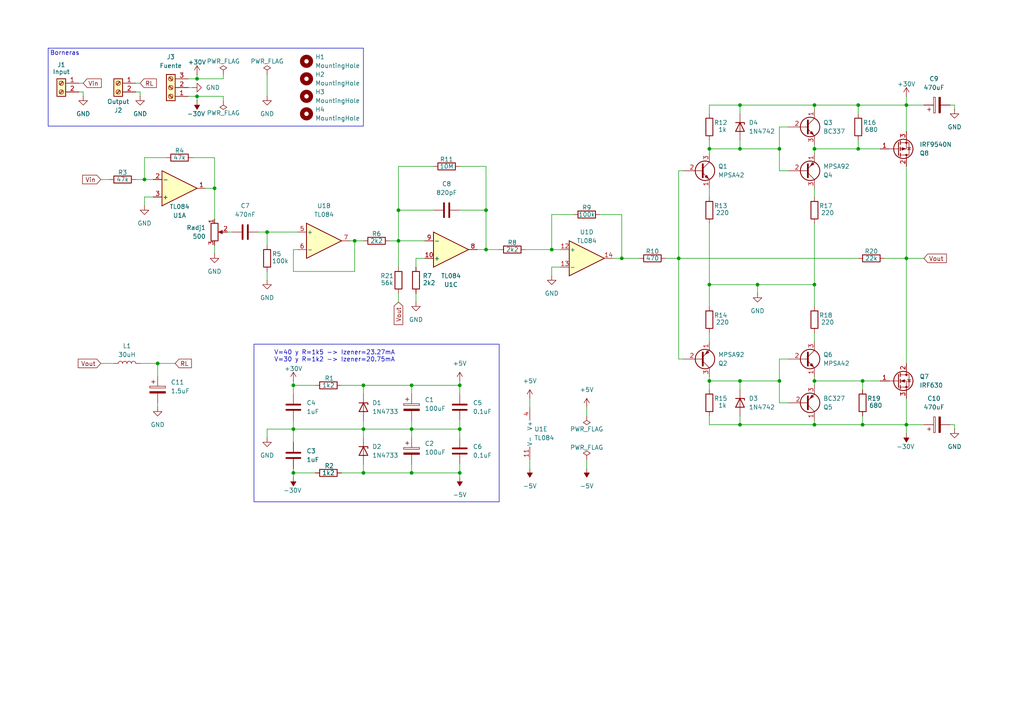
<source format=kicad_sch>
(kicad_sch (version 20231120) (generator "eeschema") (generator_version "8.0")
  (paper "A4")
  (lib_symbols
    (symbol "Amplifier_Operational:TL084" (pin_names (offset 0.127))
      (property "Reference" "U" (at 0 5.08 0))
      (property "Value" "TL084" (at 0 -5.08 0))
      (symbol "TL084_1_1"
        (pin output line (at 7.62 0 180) (length 2.54) (name "~") (number "1"))
        (pin input line (at -7.62 -2.54 0) (length 2.54) (name "-") (number "2"))
        (pin input line (at -7.62 2.54 0) (length 2.54) (name "+") (number "3"))
      )
      (symbol "TL084_2_1"
        (pin input line (at -7.62 2.54 0) (length 2.54) (name "+") (number "5"))
        (pin input line (at -7.62 -2.54 0) (length 2.54) (name "-") (number "6"))
        (pin output line (at 7.62 0 180) (length 2.54) (name "~") (number "7"))
      )
      (symbol "TL084_3_1"
        (pin input line (at -7.62 2.54 0) (length 2.54) (name "+") (number "10"))
        (pin output line (at 7.62 0 180) (length 2.54) (name "~") (number "8"))
        (pin input line (at -7.62 -2.54 0) (length 2.54) (name "-") (number "9"))
      )
      (symbol "TL084_4_1"
        (pin input line (at -7.62 2.54 0) (length 2.54) (name "+") (number "12"))
        (pin input line (at -7.62 -2.54 0) (length 2.54) (name "-") (number "13"))
        (pin output line (at 7.62 0 180) (length 2.54) (name "~") (number "14"))
      )
      (symbol "TL084_5_1"
        (pin power_in line (at -2.54 -7.62 90) (length 3.81) (name "V-") (number "11"))
        (pin power_in line (at -2.54 7.62 270) (length 3.81) (name "V+") (number "4"))
      )
    )
    (symbol "Connector:Screw_Terminal_01x02" (pin_names (offset 1.016) hide)
      (property "Reference" "J" (at 0 2.54 0))
      (property "Value" "Screw_Terminal_01x02" (at 0 -5.08 0))
      (symbol "Screw_Terminal_01x02_1_1"
        (pin passive line (at -5.08 0 0) (length 3.81) (name "Pin_1") (number "1"))
        (pin passive line (at -5.08 -2.54 0) (length 3.81) (name "Pin_2") (number "2"))
      )
    )
    (symbol "Connector:Screw_Terminal_01x03" (pin_names (offset 1.016) hide)
      (property "Reference" "J" (at 0 5.08 0))
      (property "Value" "Screw_Terminal_01x03" (at 0 -5.08 0))
      (symbol "Screw_Terminal_01x03_1_1"
        (pin passive line (at -5.08 2.54 0) (length 3.81) (name "Pin_1") (number "1"))
        (pin passive line (at -5.08 0 0) (length 3.81) (name "Pin_2") (number "2"))
        (pin passive line (at -5.08 -2.54 0) (length 3.81) (name "Pin_3") (number "3"))
      )
    )
    (symbol "Device:C" (pin_numbers hide) (pin_names (offset 0.254))
      (property "Reference" "C" (at 0.635 2.54 0))
      (property "Value" "C" (at 0.635 -2.54 0))
      (symbol "C_1_1"
        (pin passive line (at 0 3.81 270) (length 2.794) (name "~") (number "1"))
        (pin passive line (at 0 -3.81 90) (length 2.794) (name "~") (number "2"))
      )
    )
    (symbol "Device:C_Polarized" (pin_numbers hide) (pin_names (offset 0.254))
      (property "Reference" "C" (at 0.635 2.54 0))
      (property "Value" "C_Polarized" (at 0.635 -2.54 0))
      (symbol "C_Polarized_1_1"
        (pin passive line (at 0 3.81 270) (length 2.794) (name "~") (number "1"))
        (pin passive line (at 0 -3.81 90) (length 2.794) (name "~") (number "2"))
      )
    )
    (symbol "Device:D_Zener" (pin_numbers hide) (pin_names (offset 1.016) hide)
      (property "Reference" "D" (at 0 2.54 0))
      (property "Value" "D_Zener" (at 0 -2.54 0))
      (symbol "D_Zener_1_1"
        (pin passive line (at -3.81 0 0) (length 2.54) (name "K") (number "1"))
        (pin passive line (at 3.81 0 180) (length 2.54) (name "A") (number "2"))
      )
    )
    (symbol "Device:L" (pin_numbers hide) (pin_names (offset 1.016) hide)
      (property "Reference" "L" (at -1.27 0 90))
      (property "Value" "L" (at 1.905 0 90))
      (symbol "L_1_1"
        (pin passive line (at 0 3.81 270) (length 1.27) (name "1") (number "1"))
        (pin passive line (at 0 -3.81 90) (length 1.27) (name "2") (number "2"))
      )
    )
    (symbol "Device:R" (pin_numbers hide) (pin_names (offset 0))
      (property "Reference" "R" (at 2.032 0 90))
      (property "Value" "R" (at 0 0 90))
      (symbol "R_1_1"
        (pin passive line (at 0 3.81 270) (length 1.27) (name "~") (number "1"))
        (pin passive line (at 0 -3.81 90) (length 1.27) (name "~") (number "2"))
      )
    )
    (symbol "Device:R_Potentiometer" (pin_names (offset 1.016) hide)
      (property "Reference" "RV" (at -4.445 0 90))
      (property "Value" "R_Potentiometer" (at -2.54 0 90))
      (symbol "R_Potentiometer_1_1"
        (pin passive line (at 0 3.81 270) (length 1.27) (name "1") (number "1"))
        (pin passive line (at 3.81 0 180) (length 1.27) (name "2") (number "2"))
        (pin passive line (at 0 -3.81 90) (length 1.27) (name "3") (number "3"))
      )
    )
    (symbol "Mechanical:MountingHole" (pin_names (offset 1.016)) (exclude_from_sim yes) (in_bom no)
      (property "Reference" "H" (at 0 5.08 0))
      (property "Value" "MountingHole" (at 0 3.175 0))
    )
    (symbol "Transistor_BJT:BC327" (pin_names (offset 0) hide)
      (property "Reference" "Q" (at 5.08 1.905 0))
      (property "Value" "BC327" (at 5.08 0 0))
      (symbol "BC327_1_1"
        (pin passive line (at 2.54 5.08 270) (length 2.54) (name "C") (number "1"))
        (pin input line (at -5.08 0 0) (length 5.715) (name "B") (number "2"))
        (pin passive line (at 2.54 -5.08 90) (length 2.54) (name "E") (number "3"))
      )
    )
    (symbol "Transistor_BJT:BC337" (pin_names (offset 0) hide)
      (property "Reference" "Q" (at 5.08 1.905 0))
      (property "Value" "BC337" (at 5.08 0 0))
      (symbol "BC337_1_1"
        (pin passive line (at 2.54 5.08 270) (length 2.54) (name "C") (number "1"))
        (pin input line (at -5.08 0 0) (length 5.08) (name "B") (number "2"))
        (pin passive line (at 2.54 -5.08 90) (length 2.54) (name "E") (number "3"))
      )
    )
    (symbol "Transistor_BJT:MPSA42" (pin_names (offset 1.016) hide)
      (property "Reference" "Q" (at 5.08 1.905 0))
      (property "Value" "MPSA42" (at 5.08 0 0))
      (symbol "MPSA42_1_1"
        (pin passive line (at 2.54 -5.08 90) (length 2.54) (name "E") (number "1"))
        (pin input line (at -5.08 0 0) (length 5.08) (name "B") (number "2"))
        (pin passive line (at 2.54 5.08 270) (length 2.54) (name "C") (number "3"))
      )
    )
    (symbol "Transistor_BJT:MPSA92" (pin_names (offset 1.016) hide)
      (property "Reference" "Q" (at 5.08 1.905 0))
      (property "Value" "MPSA92" (at 5.08 0 0))
      (symbol "MPSA92_1_1"
        (pin passive line (at 2.54 -5.08 90) (length 2.54) (name "E") (number "1"))
        (pin input line (at -5.08 0 0) (length 5.08) (name "B") (number "2"))
        (pin passive line (at 2.54 5.08 270) (length 2.54) (name "C") (number "3"))
      )
    )
    (symbol "Transistor_FET:IRF540N" (pin_names hide)
      (property "Reference" "Q" (at 5.08 1.905 0))
      (property "Value" "IRF540N" (at 5.08 0 0))
      (symbol "IRF540N_1_1"
        (pin input line (at -5.08 0 0) (length 2.54) (name "G") (number "1"))
        (pin passive line (at 2.54 5.08 270) (length 2.54) (name "D") (number "2"))
        (pin passive line (at 2.54 -5.08 90) (length 2.54) (name "S") (number "3"))
      )
    )
    (symbol "Transistor_FET:IRF9540N" (pin_names hide)
      (property "Reference" "Q" (at 5.08 1.905 0))
      (property "Value" "IRF9540N" (at 5.08 0 0))
      (symbol "IRF9540N_1_1"
        (pin input line (at -5.08 0 0) (length 2.54) (name "G") (number "1"))
        (pin passive line (at 2.54 5.08 270) (length 2.54) (name "D") (number "2"))
        (pin passive line (at 2.54 -5.08 90) (length 2.54) (name "S") (number "3"))
      )
    )
    (symbol "power:+36V" (power) (pin_numbers hide) (pin_names (offset 0) hide)
      (property "Value" "+36V" (at 0 3.556 0))
      (symbol "+36V_1_1"
        (pin power_in line (at 0 0 90) (length 0) (name "~") (number "1"))
      )
    )
    (symbol "power:+5V" (power) (pin_numbers hide) (pin_names (offset 0) hide)
      (property "Value" "+5V" (at 0 3.556 0))
      (symbol "+5V_1_1"
        (pin power_in line (at 0 0 90) (length 0) (name "~") (number "1"))
      )
    )
    (symbol "power:-36V" (power) (pin_numbers hide) (pin_names (offset 0) hide)
      (property "Value" "-36V" (at 0 3.556 0))
      (symbol "-36V_0_0"
        (pin power_in line (at 0 0 90) (length 0) (name "~") (number "1"))
      )
    )
    (symbol "power:-5V" (power) (pin_numbers hide) (pin_names (offset 0) hide)
      (property "Value" "-5V" (at 0 3.556 0))
      (symbol "-5V_0_0"
        (pin power_in line (at 0 0 90) (length 0) (name "~") (number "1"))
      )
    )
    (symbol "power:GND" (power) (pin_numbers hide) (pin_names (offset 0) hide)
      (property "Value" "GND" (at 0 -3.81 0))
      (symbol "GND_1_1"
        (pin power_in line (at 0 0 270) (length 0) (name "~") (number "1"))
      )
    )
    (symbol "power:PWR_FLAG" (power) (pin_numbers hide) (pin_names (offset 0) hide)
      (property "Value" "PWR_FLAG" (at 0 3.81 0))
      (symbol "PWR_FLAG_0_0"
        (pin power_out line (at 0 0 90) (length 0) (name "~") (number "1"))
      )
    )
  )
  (junction (at 214.63 30.48))
  (junction (at 85.09 137.16))
  (junction (at 119.38 137.16))
  (junction (at 102.87 69.85))
  (junction (at 105.41 124.46))
  (junction (at 133.35 111.76))
  (junction (at 119.38 111.76))
  (junction (at 236.22 110.49))
  (junction (at 140.97 72.39))
  (junction (at 77.47 67.31))
  (junction (at 115.57 69.85))
  (junction (at 205.74 82.55))
  (junction (at 236.22 123.19))
  (junction (at 115.57 60.96))
  (junction (at 196.85 74.93))
  (junction (at 226.06 110.49))
  (junction (at 160.02 72.39))
  (junction (at 85.09 111.76))
  (junction (at 248.92 43.18))
  (junction (at 133.35 137.16))
  (junction (at 105.41 137.16))
  (junction (at 236.22 43.18))
  (junction (at 214.63 123.19))
  (junction (at 57.15 22.86))
  (junction (at 205.74 110.49))
  (junction (at 262.89 74.93))
  (junction (at 250.19 123.19))
  (junction (at 236.22 30.48))
  (junction (at 133.35 124.46))
  (junction (at 205.74 43.18))
  (junction (at 140.97 60.96))
  (junction (at 180.34 74.93))
  (junction (at 226.06 43.18))
  (junction (at 236.22 82.55))
  (junction (at 262.89 30.48))
  (junction (at 214.63 110.49))
  (junction (at 119.38 124.46))
  (junction (at 62.23 54.61))
  (junction (at 45.72 105.41))
  (junction (at 262.89 123.19))
  (junction (at 57.15 27.94))
  (junction (at 250.19 110.49))
  (junction (at 41.91 52.07))
  (junction (at 214.63 43.18))
  (junction (at 219.71 82.55))
  (junction (at 248.92 30.48))
  (junction (at 105.41 111.76))
  (junction (at 85.09 124.46))
  (wire (pts (xy 40.64 27.94) (xy 40.64 26.67)))
  (wire (pts (xy 133.35 137.16) (xy 133.35 138.43)))
  (wire (pts (xy 236.22 43.18) (xy 236.22 44.45)))
  (wire (pts (xy 262.89 48.26) (xy 262.89 74.93)))
  (wire (pts (xy 226.06 49.53) (xy 228.6 49.53)))
  (wire (pts (xy 250.19 110.49) (xy 255.27 110.49)))
  (wire (pts (xy 140.97 48.26) (xy 140.97 60.96)))
  (wire (pts (xy 39.37 52.07) (xy 41.91 52.07)))
  (wire (pts (xy 133.35 110.49) (xy 133.35 111.76)))
  (wire (pts (xy 119.38 134.62) (xy 119.38 137.16)))
  (wire (pts (xy 250.19 123.19) (xy 250.19 120.65)))
  (wire (pts (xy 133.35 134.62) (xy 133.35 137.16)))
  (wire (pts (xy 64.77 22.86) (xy 64.77 21.59)))
  (wire (pts (xy 196.85 74.93) (xy 248.92 74.93)))
  (wire (pts (xy 41.91 57.15) (xy 41.91 59.69)))
  (wire (pts (xy 236.22 64.77) (xy 236.22 82.55)))
  (wire (pts (xy 120.65 77.47) (xy 120.65 74.93)))
  (wire (pts (xy 119.38 137.16) (xy 105.41 137.16)))
  (wire (pts (xy 41.91 45.72) (xy 41.91 52.07)))
  (wire (pts (xy 85.09 72.39) (xy 85.09 78.74)))
  (wire (pts (xy 57.15 27.94) (xy 64.77 27.94)))
  (wire (pts (xy 170.18 133.35) (xy 170.18 135.89)))
  (wire (pts (xy 105.41 111.76) (xy 99.06 111.76)))
  (wire (pts (xy 85.09 137.16) (xy 91.44 137.16)))
  (wire (pts (xy 77.47 78.74) (xy 77.47 81.28)))
  (wire (pts (xy 133.35 114.3) (xy 133.35 111.76)))
  (wire (pts (xy 45.72 105.41) (xy 50.8 105.41)))
  (wire (pts (xy 160.02 62.23) (xy 160.02 72.39)))
  (wire (pts (xy 74.93 67.31) (xy 77.47 67.31)))
  (wire (pts (xy 214.63 113.03) (xy 214.63 110.49)))
  (wire (pts (xy 248.92 30.48) (xy 262.89 30.48)))
  (wire (pts (xy 236.22 121.92) (xy 236.22 123.19)))
  (wire (pts (xy 170.18 118.11) (xy 170.18 120.65)))
  (wire (pts (xy 205.74 110.49) (xy 205.74 113.03)))
  (wire (pts (xy 275.59 123.19) (xy 276.86 123.19)))
  (wire (pts (xy 85.09 121.92) (xy 85.09 124.46)))
  (wire (pts (xy 29.21 52.07) (xy 31.75 52.07)))
  (wire (pts (xy 236.22 110.49) (xy 236.22 109.22)))
  (wire (pts (xy 85.09 124.46) (xy 85.09 128.27)))
  (wire (pts (xy 250.19 113.03) (xy 250.19 110.49)))
  (wire (pts (xy 214.63 43.18) (xy 214.63 40.64)))
  (wire (pts (xy 77.47 21.59) (xy 77.47 27.94)))
  (wire (pts (xy 205.74 96.52) (xy 205.74 99.06)))
  (wire (pts (xy 205.74 82.55) (xy 205.74 88.9)))
  (wire (pts (xy 226.06 110.49) (xy 226.06 116.84)))
  (wire (pts (xy 105.41 137.16) (xy 105.41 134.62)))
  (wire (pts (xy 214.63 30.48) (xy 214.63 33.02)))
  (wire (pts (xy 205.74 40.64) (xy 205.74 43.18)))
  (wire (pts (xy 205.74 82.55) (xy 219.71 82.55)))
  (wire (pts (xy 41.91 52.07) (xy 44.45 52.07)))
  (wire (pts (xy 138.43 72.39) (xy 140.97 72.39)))
  (wire (pts (xy 102.87 69.85) (xy 105.41 69.85)))
  (wire (pts (xy 262.89 74.93) (xy 262.89 105.41)))
  (wire (pts (xy 105.41 121.92) (xy 105.41 124.46)))
  (wire (pts (xy 115.57 60.96) (xy 115.57 69.85)))
  (wire (pts (xy 133.35 60.96) (xy 140.97 60.96)))
  (wire (pts (xy 119.38 121.92) (xy 119.38 124.46)))
  (wire (pts (xy 226.06 43.18) (xy 226.06 49.53)))
  (wire (pts (xy 57.15 22.86) (xy 64.77 22.86)))
  (wire (pts (xy 115.57 69.85) (xy 123.19 69.85)))
  (wire (pts (xy 162.56 77.47) (xy 160.02 77.47)))
  (wire (pts (xy 85.09 137.16) (xy 85.09 138.43)))
  (wire (pts (xy 54.61 27.94) (xy 57.15 27.94)))
  (wire (pts (xy 54.61 25.4) (xy 55.88 25.4)))
  (wire (pts (xy 120.65 74.93) (xy 123.19 74.93)))
  (wire (pts (xy 115.57 69.85) (xy 115.57 77.47)))
  (wire (pts (xy 77.47 67.31) (xy 86.36 67.31)))
  (wire (pts (xy 85.09 111.76) (xy 85.09 114.3)))
  (wire (pts (xy 29.21 105.41) (xy 33.02 105.41)))
  (wire (pts (xy 196.85 74.93) (xy 196.85 104.14)))
  (wire (pts (xy 180.34 62.23) (xy 180.34 74.93)))
  (wire (pts (xy 119.38 111.76) (xy 105.41 111.76)))
  (wire (pts (xy 105.41 124.46) (xy 119.38 124.46)))
  (wire (pts (xy 205.74 43.18) (xy 214.63 43.18)))
  (wire (pts (xy 214.63 30.48) (xy 236.22 30.48)))
  (wire (pts (xy 236.22 123.19) (xy 214.63 123.19)))
  (wire (pts (xy 66.04 67.31) (xy 67.31 67.31)))
  (wire (pts (xy 133.35 48.26) (xy 140.97 48.26)))
  (wire (pts (xy 248.92 43.18) (xy 255.27 43.18)))
  (wire (pts (xy 226.06 43.18) (xy 226.06 36.83)))
  (wire (pts (xy 196.85 49.53) (xy 198.12 49.53)))
  (wire (pts (xy 214.63 110.49) (xy 205.74 110.49)))
  (wire (pts (xy 236.22 54.61) (xy 236.22 57.15)))
  (wire (pts (xy 256.54 74.93) (xy 262.89 74.93)))
  (wire (pts (xy 77.47 124.46) (xy 85.09 124.46)))
  (wire (pts (xy 62.23 45.72) (xy 62.23 54.61)))
  (wire (pts (xy 276.86 30.48) (xy 276.86 31.75)))
  (wire (pts (xy 133.35 124.46) (xy 133.35 127)))
  (wire (pts (xy 248.92 30.48) (xy 248.92 33.02)))
  (wire (pts (xy 236.22 82.55) (xy 236.22 88.9)))
  (wire (pts (xy 205.74 64.77) (xy 205.74 82.55)))
  (wire (pts (xy 219.71 82.55) (xy 236.22 82.55)))
  (wire (pts (xy 57.15 21.59) (xy 57.15 22.86)))
  (wire (pts (xy 85.09 111.76) (xy 91.44 111.76)))
  (wire (pts (xy 236.22 99.06) (xy 236.22 96.52)))
  (wire (pts (xy 105.41 114.3) (xy 105.41 111.76)))
  (wire (pts (xy 57.15 27.94) (xy 57.15 29.21)))
  (wire (pts (xy 262.89 30.48) (xy 262.89 38.1)))
  (wire (pts (xy 152.4 72.39) (xy 160.02 72.39)))
  (wire (pts (xy 48.26 45.72) (xy 41.91 45.72)))
  (wire (pts (xy 180.34 74.93) (xy 185.42 74.93)))
  (wire (pts (xy 262.89 123.19) (xy 267.97 123.19)))
  (wire (pts (xy 236.22 30.48) (xy 248.92 30.48)))
  (wire (pts (xy 45.72 116.84) (xy 45.72 118.11)))
  (wire (pts (xy 105.41 124.46) (xy 105.41 127)))
  (wire (pts (xy 180.34 74.93) (xy 177.8 74.93)))
  (wire (pts (xy 22.86 24.13) (xy 24.13 24.13)))
  (wire (pts (xy 196.85 74.93) (xy 196.85 49.53)))
  (wire (pts (xy 85.09 78.74) (xy 102.87 78.74)))
  (wire (pts (xy 85.09 72.39) (xy 86.36 72.39)))
  (wire (pts (xy 262.89 30.48) (xy 262.89 27.94)))
  (wire (pts (xy 248.92 43.18) (xy 236.22 43.18)))
  (wire (pts (xy 39.37 24.13) (xy 40.64 24.13)))
  (wire (pts (xy 133.35 137.16) (xy 119.38 137.16)))
  (wire (pts (xy 226.06 110.49) (xy 226.06 104.14)))
  (wire (pts (xy 119.38 124.46) (xy 119.38 127)))
  (wire (pts (xy 214.63 43.18) (xy 226.06 43.18)))
  (wire (pts (xy 166.37 62.23) (xy 160.02 62.23)))
  (wire (pts (xy 236.22 41.91) (xy 236.22 43.18)))
  (wire (pts (xy 262.89 74.93) (xy 267.97 74.93)))
  (wire (pts (xy 45.72 105.41) (xy 45.72 109.22)))
  (wire (pts (xy 214.63 123.19) (xy 214.63 120.65)))
  (wire (pts (xy 85.09 135.89) (xy 85.09 137.16)))
  (wire (pts (xy 24.13 26.67) (xy 24.13 27.94)))
  (wire (pts (xy 102.87 69.85) (xy 101.6 69.85)))
  (wire (pts (xy 133.35 111.76) (xy 119.38 111.76)))
  (wire (pts (xy 276.86 123.19) (xy 276.86 124.46)))
  (wire (pts (xy 140.97 72.39) (xy 144.78 72.39)))
  (wire (pts (xy 226.06 104.14) (xy 228.6 104.14)))
  (wire (pts (xy 77.47 67.31) (xy 77.47 71.12)))
  (wire (pts (xy 262.89 123.19) (xy 250.19 123.19)))
  (wire (pts (xy 140.97 60.96) (xy 140.97 72.39)))
  (wire (pts (xy 160.02 77.47) (xy 160.02 80.01)))
  (wire (pts (xy 226.06 36.83) (xy 228.6 36.83)))
  (wire (pts (xy 153.67 133.35) (xy 153.67 135.89)))
  (wire (pts (xy 85.09 124.46) (xy 105.41 124.46)))
  (wire (pts (xy 115.57 85.09) (xy 115.57 87.63)))
  (wire (pts (xy 119.38 114.3) (xy 119.38 111.76)))
  (wire (pts (xy 205.74 30.48) (xy 214.63 30.48)))
  (wire (pts (xy 125.73 48.26) (xy 115.57 48.26)))
  (wire (pts (xy 205.74 33.02) (xy 205.74 30.48)))
  (wire (pts (xy 22.86 26.67) (xy 24.13 26.67)))
  (wire (pts (xy 40.64 105.41) (xy 45.72 105.41)))
  (wire (pts (xy 57.15 22.86) (xy 54.61 22.86)))
  (wire (pts (xy 236.22 31.75) (xy 236.22 30.48)))
  (wire (pts (xy 62.23 71.12) (xy 62.23 73.66)))
  (wire (pts (xy 120.65 85.09) (xy 120.65 87.63)))
  (wire (pts (xy 262.89 115.57) (xy 262.89 123.19)))
  (wire (pts (xy 205.74 123.19) (xy 214.63 123.19)))
  (wire (pts (xy 219.71 82.55) (xy 219.71 85.09)))
  (wire (pts (xy 115.57 60.96) (xy 125.73 60.96)))
  (wire (pts (xy 44.45 57.15) (xy 41.91 57.15)))
  (wire (pts (xy 262.89 123.19) (xy 262.89 125.73)))
  (wire (pts (xy 236.22 111.76) (xy 236.22 110.49)))
  (wire (pts (xy 214.63 110.49) (xy 226.06 110.49)))
  (wire (pts (xy 113.03 69.85) (xy 115.57 69.85)))
  (wire (pts (xy 193.04 74.93) (xy 196.85 74.93)))
  (wire (pts (xy 205.74 109.22) (xy 205.74 110.49)))
  (wire (pts (xy 226.06 116.84) (xy 228.6 116.84)))
  (wire (pts (xy 248.92 40.64) (xy 248.92 43.18)))
  (wire (pts (xy 173.99 62.23) (xy 180.34 62.23)))
  (wire (pts (xy 55.88 45.72) (xy 62.23 45.72)))
  (wire (pts (xy 153.67 115.57) (xy 153.67 118.11)))
  (wire (pts (xy 62.23 54.61) (xy 62.23 63.5)))
  (wire (pts (xy 102.87 78.74) (xy 102.87 69.85)))
  (wire (pts (xy 133.35 121.92) (xy 133.35 124.46)))
  (wire (pts (xy 119.38 124.46) (xy 133.35 124.46)))
  (wire (pts (xy 115.57 48.26) (xy 115.57 60.96)))
  (wire (pts (xy 64.77 27.94) (xy 64.77 29.21)))
  (wire (pts (xy 205.74 43.18) (xy 205.74 44.45)))
  (wire (pts (xy 160.02 72.39) (xy 162.56 72.39)))
  (wire (pts (xy 205.74 120.65) (xy 205.74 123.19)))
  (wire (pts (xy 77.47 127) (xy 77.47 124.46)))
  (wire (pts (xy 205.74 54.61) (xy 205.74 57.15)))
  (wire (pts (xy 250.19 110.49) (xy 236.22 110.49)))
  (wire (pts (xy 85.09 110.49) (xy 85.09 111.76)))
  (wire (pts (xy 236.22 123.19) (xy 250.19 123.19)))
  (wire (pts (xy 196.85 104.14) (xy 198.12 104.14)))
  (wire (pts (xy 275.59 30.48) (xy 276.86 30.48)))
  (wire (pts (xy 40.64 26.67) (xy 39.37 26.67)))
  (wire (pts (xy 262.89 30.48) (xy 267.97 30.48)))
  (wire (pts (xy 99.06 137.16) (xy 105.41 137.16)))
  (wire (pts (xy 62.23 54.61) (xy 59.69 54.61)))
  (rectangle (start 73.66 99.822) (end 144.78 145.542))
  (rectangle (start 13.97 13.97) (end 105.41 36.576))
  (text "Borneras" (at 18.796 15.494 0) (effects (font (size 1.27 1.27))))
  (text "V=40 y R=1k5 -> Izener=23.27mA\nV=30 y R=1k2 -> Izener=20.75mA" (at 97.028 103.378 0) (effects (font (size 1.27 1.27))))
  (global_label "RL" (shape input) (at 50.8 105.41 0) (property "Intersheetrefs" "${INTERSHEET_REFS}" (effects (hide yes))))
  (global_label "Vout" (shape input) (at 29.21 105.41 180) (property "Intersheetrefs" "${INTERSHEET_REFS}" (effects (hide yes))))
  (global_label "RL" (shape input) (at 40.64 24.13 0) (property "Intersheetrefs" "${INTERSHEET_REFS}" (effects (hide yes))))
  (global_label "Vin" (shape input) (at 29.21 52.07 180) (property "Intersheetrefs" "${INTERSHEET_REFS}" (effects (hide yes))))
  (global_label "Vin" (shape input) (at 24.13 24.13 0) (property "Intersheetrefs" "${INTERSHEET_REFS}" (effects (hide yes))))
  (global_label "Vout" (shape input) (at 115.57 87.63 270) (property "Intersheetrefs" "${INTERSHEET_REFS}" (effects (hide yes))))
  (global_label "Vout" (shape input) (at 267.97 74.93 0) (property "Intersheetrefs" "${INTERSHEET_REFS}" (effects (hide yes))))
  (symbol (lib_id "Amplifier_Operational:TL084") (at 93.98 69.85 0) (unit 2)
    (property "Reference" "U1" (at 93.98 59.69 0))
    (property "Value" "TL084" (at 93.98 62.23 0))
    (property "Footprint" "Package_DIP:DIP-14_W7.62mm" (effects (hide yes)))
    (property "Datasheet" "http://www.ti.com/lit/ds/symlink/tl081.pdf" (effects (hide yes)))
    (property "Description" "Quad JFET-Input Operational Amplifiers, DIP-14/SOIC-14/SSOP-14" (effects (hide yes)))
  )
  (symbol (lib_id "Device:R") (at 52.07 45.72 90) (mirror x) (unit 1)
    (property "Reference" "R4" (at 52.07 43.688 90))
    (property "Value" "47k" (at 52.07 45.72 90))
    (property "Footprint" "Resistor_THT:R_Axial_DIN0207_L6.3mm_D2.5mm_P10.16mm_Horizontal" (effects (hide yes)))
    (property "Description" "Resistor" (effects (hide yes)))
  )
  (symbol (lib_id "power:GND") (at 160.02 80.01 0) (mirror y) (unit 1)
    (property "Reference" "#PWR017" (effects (hide yes)))
    (property "Value" "GND" (at 160.02 85.09 0))
    (property "Description" "Power symbol creates a global label with name \"GND\" , ground" (effects (hide yes)))
  )
  (symbol (lib_id "power:PWR_FLAG") (at 64.77 21.59 0) (unit 1)
    (property "Reference" "#FLG03" (effects (hide yes)))
    (property "Value" "PWR_FLAG" (at 64.77 17.78 0))
    (property "Description" "Special symbol for telling ERC where power comes from" (effects (hide yes)))
  )
  (symbol (lib_id "power:PWR_FLAG") (at 77.47 21.59 0) (unit 1)
    (property "Reference" "#FLG01" (effects (hide yes)))
    (property "Value" "PWR_FLAG" (at 77.47 17.78 0))
    (property "Description" "Special symbol for telling ERC where power comes from" (effects (hide yes)))
  )
  (symbol (lib_id "Device:R") (at 236.22 92.71 0) (mirror y) (unit 1)
    (property "Reference" "R18" (at 239.522 91.44 0))
    (property "Value" "220" (at 240.03 93.472 0))
    (property "Footprint" "Resistor_THT:R_Axial_DIN0207_L6.3mm_D2.5mm_P10.16mm_Horizontal" (effects (hide yes)))
    (property "Description" "Resistor" (effects (hide yes)))
  )
  (symbol (lib_id "power:GND") (at 41.91 59.69 0) (mirror y) (unit 1)
    (property "Reference" "#PWR014" (effects (hide yes)))
    (property "Value" "GND" (at 41.91 64.77 0))
    (property "Description" "Power symbol creates a global label with name \"GND\" , ground" (effects (hide yes)))
  )
  (symbol (lib_id "power:GND") (at 276.86 124.46 0) (mirror y) (unit 1)
    (property "Reference" "#PWR021" (effects (hide yes)))
    (property "Value" "GND" (at 276.86 129.54 0))
    (property "Description" "Power symbol creates a global label with name \"GND\" , ground" (effects (hide yes)))
  )
  (symbol (lib_id "Device:R") (at 129.54 48.26 90) (mirror x) (unit 1)
    (property "Reference" "R11" (at 129.54 46.228 90))
    (property "Value" "10M" (at 129.54 48.26 90))
    (property "Footprint" "Resistor_THT:R_Axial_DIN0207_L6.3mm_D2.5mm_P10.16mm_Horizontal" (effects (hide yes)))
    (property "Description" "Resistor" (effects (hide yes)))
  )
  (symbol (lib_id "power:-5V") (at 133.35 138.43 180) (unit 1)
    (property "Reference" "#PWR010" (effects (hide yes)))
    (property "Value" "-5V" (at 133.35 143.51 0))
    (property "Description" "Power symbol creates a global label with name \"-5V\"" (effects (hide yes)))
  )
  (symbol (lib_id "power:GND") (at 62.23 73.66 0) (mirror y) (unit 1)
    (property "Reference" "#PWR013" (effects (hide yes)))
    (property "Value" "GND" (at 62.23 78.74 0))
    (property "Description" "Power symbol creates a global label with name \"GND\" , ground" (effects (hide yes)))
  )
  (symbol (lib_id "Device:R") (at 95.25 111.76 90) (mirror x) (unit 1)
    (property "Reference" "R1" (at 95.504 109.728 90))
    (property "Value" "1k2" (at 95.25 111.76 90))
    (property "Footprint" "Resistor_THT:R_Axial_DIN0207_L6.3mm_D2.5mm_P10.16mm_Horizontal" (effects (hide yes)))
    (property "Description" "Resistor" (effects (hide yes)))
  )
  (symbol (lib_id "power:+5V") (at 153.67 115.57 0) (unit 1)
    (property "Reference" "#PWR011" (effects (hide yes)))
    (property "Value" "+5V" (at 153.67 110.49 0))
    (property "Description" "Power symbol creates a global label with name \"+5V\"" (effects (hide yes)))
  )
  (symbol (lib_id "Device:R") (at 205.74 60.96 0) (mirror y) (unit 1)
    (property "Reference" "R13" (at 209.042 59.69 0))
    (property "Value" "220" (at 209.55 61.722 0))
    (property "Footprint" "Resistor_THT:R_Axial_DIN0207_L6.3mm_D2.5mm_P10.16mm_Horizontal" (effects (hide yes)))
    (property "Description" "Resistor" (effects (hide yes)))
  )
  (symbol (lib_id "Device:R") (at 109.22 69.85 90) (mirror x) (unit 1)
    (property "Reference" "R6" (at 109.22 67.818 90))
    (property "Value" "2k2" (at 109.22 69.85 90))
    (property "Footprint" "Resistor_THT:R_Axial_DIN0207_L6.3mm_D2.5mm_P10.16mm_Horizontal" (effects (hide yes)))
    (property "Description" "Resistor" (effects (hide yes)))
  )
  (symbol (lib_id "Device:R") (at 189.23 74.93 90) (mirror x) (unit 1)
    (property "Reference" "R10" (at 189.23 72.898 90))
    (property "Value" "470" (at 189.23 74.93 90))
    (property "Footprint" "Resistor_THT:R_Axial_DIN0207_L6.3mm_D2.5mm_P10.16mm_Horizontal" (effects (hide yes)))
    (property "Description" "Resistor" (effects (hide yes)))
  )
  (symbol (lib_id "Transistor_BJT:MPSA42") (at 233.68 104.14 0) (unit 1)
    (property "Reference" "Q6" (at 238.76 102.8699 0) (effects (justify left)))
    (property "Value" "MPSA42" (at 238.76 105.4099 0) (effects (justify left)))
    (property "Footprint" "Package_TO_SOT_THT:TO-92_Inline" (effects (hide yes)))
    (property "Datasheet" "http://www.onsemi.com/pub_link/Collateral/MPSA42-D.PDF" (effects (hide yes)))
    (property "Description" "0.5A Ic, 300V Vce, NPN High Voltage Transistor, TO-92" (effects (hide yes)))
  )
  (symbol (lib_id "Device:C_Polarized") (at 271.78 123.19 90) (unit 1)
    (property "Reference" "C10" (at 270.891 115.57 90))
    (property "Value" "470uF" (at 270.891 118.11 90))
    (property "Footprint" "Capacitor_THT:CP_Radial_D5.0mm_P2.50mm" (effects (hide yes)))
    (property "Description" "Polarized capacitor" (effects (hide yes)))
  )
  (symbol (lib_id "power:GND") (at 40.64 27.94 0) (mirror y) (unit 1)
    (property "Reference" "#PWR03" (effects (hide yes)))
    (property "Value" "GND" (at 40.64 33.02 0))
    (property "Description" "Power symbol creates a global label with name \"GND\" , ground" (effects (hide yes)))
  )
  (symbol (lib_id "Device:C_Polarized") (at 271.78 30.48 90) (unit 1)
    (property "Reference" "C9" (at 270.891 22.86 90))
    (property "Value" "470uF" (at 270.891 25.4 90))
    (property "Footprint" "Capacitor_THT:CP_Radial_D5.0mm_P2.50mm" (effects (hide yes)))
    (property "Description" "Polarized capacitor" (effects (hide yes)))
  )
  (symbol (lib_id "power:GND") (at 219.71 85.09 0) (mirror y) (unit 1)
    (property "Reference" "#PWR019" (effects (hide yes)))
    (property "Value" "GND" (at 219.71 90.17 0))
    (property "Description" "Power symbol creates a global label with name \"GND\" , ground" (effects (hide yes)))
  )
  (symbol (lib_id "power:GND") (at 77.47 81.28 0) (mirror y) (unit 1)
    (property "Reference" "#PWR015" (effects (hide yes)))
    (property "Value" "GND" (at 77.47 86.36 0))
    (property "Description" "Power symbol creates a global label with name \"GND\" , ground" (effects (hide yes)))
  )
  (symbol (lib_id "power:-36V") (at 57.15 29.21 180) (unit 1)
    (property "Reference" "#PWR05" (effects (hide yes)))
    (property "Value" "-30V" (at 56.896 33.02 0))
    (property "Description" "Power symbol creates a global label with name \"-36V\"" (effects (hide yes)))
  )
  (symbol (lib_id "Device:R") (at 248.92 36.83 0) (mirror y) (unit 1)
    (property "Reference" "R16" (at 252.222 35.56 0))
    (property "Value" "680" (at 252.73 37.592 0))
    (property "Footprint" "Resistor_THT:R_Axial_DIN0207_L6.3mm_D2.5mm_P10.16mm_Horizontal" (effects (hide yes)))
    (property "Description" "Resistor" (effects (hide yes)))
  )
  (symbol (lib_id "Device:R") (at 205.74 92.71 0) (mirror y) (unit 1)
    (property "Reference" "R14" (at 209.042 91.44 0))
    (property "Value" "220" (at 209.55 93.472 0))
    (property "Footprint" "Resistor_THT:R_Axial_DIN0207_L6.3mm_D2.5mm_P10.16mm_Horizontal" (effects (hide yes)))
    (property "Description" "Resistor" (effects (hide yes)))
  )
  (symbol (lib_id "Device:C") (at 129.54 60.96 90) (unit 1)
    (property "Reference" "C8" (at 129.54 53.34 90))
    (property "Value" "820pF" (at 129.54 55.88 90))
    (property "Footprint" "Capacitor_THT:C_Disc_D3.0mm_W2.0mm_P2.50mm" (effects (hide yes)))
    (property "Description" "Unpolarized capacitor" (effects (hide yes)))
  )
  (symbol (lib_id "Device:C") (at 133.35 130.81 0) (unit 1)
    (property "Reference" "C6" (at 137.16 129.5399 0) (effects (justify left)))
    (property "Value" "0,1uF" (at 137.16 132.0799 0) (effects (justify left)))
    (property "Footprint" "Capacitor_THT:C_Disc_D3.0mm_W2.0mm_P2.50mm" (effects (hide yes)))
    (property "Description" "Unpolarized capacitor" (effects (hide yes)))
  )
  (symbol (lib_id "power:GND") (at 276.86 31.75 0) (mirror y) (unit 1)
    (property "Reference" "#PWR020" (effects (hide yes)))
    (property "Value" "GND" (at 276.86 36.83 0))
    (property "Description" "Power symbol creates a global label with name \"GND\" , ground" (effects (hide yes)))
  )
  (symbol (lib_id "Device:D_Zener") (at 214.63 116.84 270) (unit 1)
    (property "Reference" "D3" (at 217.17 115.5699 90) (effects (justify left)))
    (property "Value" "1N4742" (at 217.17 118.1099 90) (effects (justify left)))
    (property "Footprint" "Diode_THT:D_A-405_P10.16mm_Horizontal" (effects (hide yes)))
    (property "Description" "Zener diode" (effects (hide yes)))
  )
  (symbol (lib_id "Device:R") (at 252.73 74.93 90) (mirror x) (unit 1)
    (property "Reference" "R20" (at 252.73 72.898 90))
    (property "Value" "22k" (at 252.73 74.93 90))
    (property "Footprint" "Resistor_THT:R_Axial_DIN0207_L6.3mm_D2.5mm_P10.16mm_Horizontal" (effects (hide yes)))
    (property "Description" "Resistor" (effects (hide yes)))
  )
  (symbol (lib_id "Device:C") (at 133.35 118.11 0) (unit 1)
    (property "Reference" "C5" (at 137.16 116.8399 0) (effects (justify left)))
    (property "Value" "0.1uF" (at 137.16 119.3799 0) (effects (justify left)))
    (property "Footprint" "Capacitor_THT:C_Disc_D3.0mm_W2.0mm_P2.50mm" (effects (hide yes)))
    (property "Description" "Unpolarized capacitor" (effects (hide yes)))
  )
  (symbol (lib_id "Device:C_Polarized") (at 119.38 130.81 0) (unit 1)
    (property "Reference" "C2" (at 123.19 128.6509 0) (effects (justify left)))
    (property "Value" "100uF" (at 123.19 131.1909 0) (effects (justify left)))
    (property "Footprint" "Capacitor_THT:CP_Radial_D5.0mm_P2.50mm" (effects (hide yes)))
    (property "Description" "Polarized capacitor" (effects (hide yes)))
  )
  (symbol (lib_id "power:GND") (at 24.13 27.94 0) (unit 1)
    (property "Reference" "#PWR02" (effects (hide yes)))
    (property "Value" "GND" (at 24.13 33.02 0))
    (property "Description" "Power symbol creates a global label with name \"GND\" , ground" (effects (hide yes)))
  )
  (symbol (lib_id "Amplifier_Operational:TL084") (at 156.21 125.73 0) (unit 5)
    (property "Reference" "U1" (at 154.94 124.4599 0) (effects (justify left)))
    (property "Value" "TL084" (at 154.94 126.9999 0) (effects (justify left)))
    (property "Footprint" "Package_DIP:DIP-14_W7.62mm" (effects (hide yes)))
    (property "Datasheet" "http://www.ti.com/lit/ds/symlink/tl081.pdf" (effects (hide yes)))
    (property "Description" "Quad JFET-Input Operational Amplifiers, DIP-14/SOIC-14/SSOP-14" (effects (hide yes)))
  )
  (symbol (lib_id "Device:C") (at 71.12 67.31 90) (unit 1)
    (property "Reference" "C7" (at 71.12 59.69 90))
    (property "Value" "470nF" (at 71.12 62.23 90))
    (property "Footprint" "Capacitor_THT:C_Disc_D3.0mm_W2.0mm_P2.50mm" (effects (hide yes)))
    (property "Description" "Unpolarized capacitor" (effects (hide yes)))
  )
  (symbol (lib_id "Device:R") (at 205.74 116.84 0) (mirror y) (unit 1)
    (property "Reference" "R15" (at 209.042 115.57 0))
    (property "Value" "1k" (at 209.55 117.602 0))
    (property "Footprint" "Resistor_THT:R_Axial_DIN0207_L6.3mm_D2.5mm_P10.16mm_Horizontal" (effects (hide yes)))
    (property "Description" "Resistor" (effects (hide yes)))
  )
  (symbol (lib_id "Device:R") (at 35.56 52.07 90) (mirror x) (unit 1)
    (property "Reference" "R3" (at 35.56 50.038 90))
    (property "Value" "47k" (at 35.56 52.07 90))
    (property "Footprint" "Resistor_THT:R_Axial_DIN0207_L6.3mm_D2.5mm_P10.16mm_Horizontal" (effects (hide yes)))
    (property "Description" "Resistor" (effects (hide yes)))
  )
  (symbol (lib_id "Amplifier_Operational:TL084") (at 170.18 74.93 0) (unit 4)
    (property "Reference" "U1" (at 170.18 67.31 0))
    (property "Value" "TL084" (at 170.18 69.85 0))
    (property "Footprint" "Package_DIP:DIP-14_W7.62mm" (effects (hide yes)))
    (property "Datasheet" "http://www.ti.com/lit/ds/symlink/tl081.pdf" (effects (hide yes)))
    (property "Description" "Quad JFET-Input Operational Amplifiers, DIP-14/SOIC-14/SSOP-14" (effects (hide yes)))
  )
  (symbol (lib_id "power:GND") (at 77.47 127 0) (unit 1)
    (property "Reference" "#PWR08" (effects (hide yes)))
    (property "Value" "GND" (at 77.47 132.08 0))
    (property "Description" "Power symbol creates a global label with name \"GND\" , ground" (effects (hide yes)))
  )
  (symbol (lib_id "power:-5V") (at 153.67 135.89 180) (unit 1)
    (property "Reference" "#PWR012" (effects (hide yes)))
    (property "Value" "-5V" (at 153.67 140.97 0))
    (property "Description" "Power symbol creates a global label with name \"-5V\"" (effects (hide yes)))
  )
  (symbol (lib_id "Device:C_Polarized") (at 119.38 118.11 0) (unit 1)
    (property "Reference" "C1" (at 123.19 115.9509 0) (effects (justify left)))
    (property "Value" "100uF" (at 123.19 118.4909 0) (effects (justify left)))
    (property "Footprint" "Capacitor_THT:CP_Radial_D5.0mm_P2.50mm" (effects (hide yes)))
    (property "Description" "Polarized capacitor" (effects (hide yes)))
  )
  (symbol (lib_id "Amplifier_Operational:TL084") (at 130.81 72.39 0) (mirror x) (unit 3)
    (property "Reference" "U1" (at 130.81 82.55 0))
    (property "Value" "TL084" (at 130.81 80.01 0))
    (property "Footprint" "Package_DIP:DIP-14_W7.62mm" (effects (hide yes)))
    (property "Datasheet" "http://www.ti.com/lit/ds/symlink/tl081.pdf" (effects (hide yes)))
    (property "Description" "Quad JFET-Input Operational Amplifiers, DIP-14/SOIC-14/SSOP-14" (effects (hide yes)))
  )
  (symbol (lib_id "power:PWR_FLAG") (at 170.18 133.35 0) (unit 1)
    (property "Reference" "#FLG05" (effects (hide yes)))
    (property "Value" "PWR_FLAG" (at 170.18 129.794 0))
    (property "Description" "Special symbol for telling ERC where power comes from" (effects (hide yes)))
  )
  (symbol (lib_id "Transistor_BJT:BC337") (at 233.68 36.83 0) (unit 1)
    (property "Reference" "Q3" (at 238.76 35.5599 0) (effects (justify left)))
    (property "Value" "BC337" (at 238.76 38.0999 0) (effects (justify left)))
    (property "Footprint" "Package_TO_SOT_THT:TO-92_Inline" (effects (hide yes)))
    (property "Datasheet" "https://diotec.com/tl_files/diotec/files/pdf/datasheets/bc337.pdf" (effects (hide yes)))
    (property "Description" "0.8A Ic, 45V Vce, NPN Transistor, TO-92" (effects (hide yes)))
  )
  (symbol (lib_id "Connector:Screw_Terminal_01x02") (at 17.78 24.13 0) (mirror y) (unit 1)
    (property "Reference" "J1" (at 17.78 18.796 0))
    (property "Value" "Input" (at 17.78 20.828 0))
    (property "Footprint" "TerminalBlock_Phoenix:TerminalBlock_Phoenix_MKDS-1,5-2-5.08_1x02_P5.08mm_Horizontal" (effects (hide yes)))
    (property "Description" "Generic screw terminal, single row, 01x02, script generated (kicad-library-utils/schlib/autogen/connector/)" (effects (hide yes)))
  )
  (symbol (lib_id "Device:R") (at 115.57 81.28 0) (unit 1)
    (property "Reference" "R21" (at 112.268 80.01 0))
    (property "Value" "56k" (at 112.268 82.042 0))
    (property "Footprint" "Resistor_THT:R_Axial_DIN0207_L6.3mm_D2.5mm_P10.16mm_Horizontal" (effects (hide yes)))
    (property "Description" "Resistor" (effects (hide yes)))
  )
  (symbol (lib_id "Connector:Screw_Terminal_01x03") (at 49.53 25.4 180) (unit 1)
    (property "Reference" "J3" (at 49.53 16.51 0))
    (property "Value" "Fuente" (at 49.53 19.05 0))
    (property "Footprint" "TerminalBlock_Phoenix:TerminalBlock_Phoenix_MKDS-1,5-3-5.08_1x03_P5.08mm_Horizontal" (effects (hide yes)))
    (property "Description" "Generic screw terminal, single row, 01x03, script generated (kicad-library-utils/schlib/autogen/connector/)" (effects (hide yes)))
  )
  (symbol (lib_id "power:PWR_FLAG") (at 64.77 29.21 0) (mirror x) (unit 1)
    (property "Reference" "#FLG04" (effects (hide yes)))
    (property "Value" "PWR_FLAG" (at 64.77 32.766 0))
    (property "Description" "Special symbol for telling ERC where power comes from" (effects (hide yes)))
  )
  (symbol (lib_id "Mechanical:MountingHole") (at 88.9 17.78 0) (unit 1) (exclude_from_sim yes) (in_bom no)
    (property "Reference" "H1" (at 91.44 16.5099 0) (effects (justify left)))
    (property "Value" "MountingHole" (at 91.44 19.0499 0) (effects (justify left)))
    (property "Footprint" "MountingHole:MountingHole_3.2mm_M3" (effects (hide yes)))
    (property "Description" "Mounting Hole without connection" (effects (hide yes)))
  )
  (symbol (lib_id "power:GND") (at 45.72 118.11 0) (mirror y) (unit 1)
    (property "Reference" "#PWR023" (effects (hide yes)))
    (property "Value" "GND" (at 45.72 123.19 0))
    (property "Description" "Power symbol creates a global label with name \"GND\" , ground" (effects (hide yes)))
  )
  (symbol (lib_id "power:+5V") (at 133.35 110.49 0) (unit 1)
    (property "Reference" "#PWR09" (effects (hide yes)))
    (property "Value" "+5V" (at 133.35 105.41 0))
    (property "Description" "Power symbol creates a global label with name \"+5V\"" (effects (hide yes)))
  )
  (symbol (lib_id "power:-36V") (at 262.89 125.73 180) (unit 1)
    (property "Reference" "#PWR022" (effects (hide yes)))
    (property "Value" "-30V" (at 262.636 129.54 0))
    (property "Description" "Power symbol creates a global label with name \"-36V\"" (effects (hide yes)))
  )
  (symbol (lib_id "Transistor_BJT:MPSA42") (at 203.2 49.53 0) (unit 1)
    (property "Reference" "Q1" (at 208.28 48.2599 0) (effects (justify left)))
    (property "Value" "MPSA42" (at 208.28 50.7999 0) (effects (justify left)))
    (property "Footprint" "Package_TO_SOT_THT:TO-92_Inline" (effects (hide yes)))
    (property "Datasheet" "http://www.onsemi.com/pub_link/Collateral/MPSA42-D.PDF" (effects (hide yes)))
    (property "Description" "0.5A Ic, 300V Vce, NPN High Voltage Transistor, TO-92" (effects (hide yes)))
  )
  (symbol (lib_id "power:GND") (at 55.88 25.4 90) (unit 1)
    (property "Reference" "#PWR04" (effects (hide yes)))
    (property "Value" "GND" (at 59.69 25.3999 90) (effects (justify right)))
    (property "Description" "Power symbol creates a global label with name \"GND\" , ground" (effects (hide yes)))
  )
  (symbol (lib_id "Transistor_BJT:BC327") (at 233.68 116.84 0) (mirror x) (unit 1)
    (property "Reference" "Q5" (at 238.76 118.1101 0) (effects (justify left)))
    (property "Value" "BC327" (at 238.76 115.5701 0) (effects (justify left)))
    (property "Footprint" "Package_TO_SOT_THT:TO-92_Inline" (effects (hide yes)))
    (property "Datasheet" "http://www.onsemi.com/pub_link/Collateral/BC327-D.PDF" (effects (hide yes)))
    (property "Description" "0.8A Ic, 45V Vce, PNP Transistor, TO-92" (effects (hide yes)))
  )
  (symbol (lib_id "Device:C") (at 85.09 132.08 0) (unit 1)
    (property "Reference" "C3" (at 88.9 130.8099 0) (effects (justify left)))
    (property "Value" "1uF" (at 88.9 133.3499 0) (effects (justify left)))
    (property "Footprint" "Capacitor_THT:C_Disc_D3.0mm_W2.0mm_P2.50mm" (effects (hide yes)))
    (property "Description" "Unpolarized capacitor" (effects (hide yes)))
  )
  (symbol (lib_id "Device:R_Potentiometer") (at 62.23 67.31 0) (unit 1)
    (property "Reference" "Radj1" (at 59.69 66.0399 0) (effects (justify right)))
    (property "Value" "500" (at 59.69 68.5799 0) (effects (justify right)))
    (property "Footprint" "Connector_PinHeader_2.54mm:PinHeader_1x03_P2.54mm_Vertical" (effects (hide yes)))
    (property "Description" "Potentiometer" (effects (hide yes)))
  )
  (symbol (lib_id "power:+36V") (at 262.89 27.94 0) (unit 1)
    (property "Reference" "#PWR018" (effects (hide yes)))
    (property "Value" "+30V" (at 262.89 24.384 0))
    (property "Description" "Power symbol creates a global label with name \"+36V\"" (effects (hide yes)))
  )
  (symbol (lib_id "Device:R") (at 205.74 36.83 0) (mirror y) (unit 1)
    (property "Reference" "R12" (at 209.042 35.56 0))
    (property "Value" "1k" (at 209.55 37.592 0))
    (property "Footprint" "Resistor_THT:R_Axial_DIN0207_L6.3mm_D2.5mm_P10.16mm_Horizontal" (effects (hide yes)))
    (property "Description" "Resistor" (effects (hide yes)))
  )
  (symbol (lib_id "Transistor_BJT:MPSA92") (at 203.2 104.14 0) (mirror x) (unit 1)
    (property "Reference" "Q2" (at 208.28 105.4101 0) (effects (justify left)))
    (property "Value" "MPSA92" (at 208.28 102.8701 0) (effects (justify left)))
    (property "Footprint" "Package_TO_SOT_THT:TO-92_Inline" (effects (hide yes)))
    (property "Datasheet" "http://www.onsemi.com/pub_link/Collateral/MPSA92-D.PDF" (effects (hide yes)))
    (property "Description" "0.5A Ic, 300V Vce, PNP High Voltage Transistor, TO-92" (effects (hide yes)))
  )
  (symbol (lib_id "Mechanical:MountingHole") (at 88.9 27.94 0) (unit 1) (exclude_from_sim yes) (in_bom no)
    (property "Reference" "H3" (at 91.44 26.6699 0) (effects (justify left)))
    (property "Value" "MountingHole" (at 91.44 29.2099 0) (effects (justify left)))
    (property "Footprint" "MountingHole:MountingHole_3.2mm_M3" (effects (hide yes)))
    (property "Description" "Mounting Hole without connection" (effects (hide yes)))
  )
  (symbol (lib_id "Device:R") (at 120.65 81.28 0) (mirror y) (unit 1)
    (property "Reference" "R7" (at 123.952 80.01 0))
    (property "Value" "2k2" (at 124.46 82.042 0))
    (property "Footprint" "Resistor_THT:R_Axial_DIN0207_L6.3mm_D2.5mm_P10.16mm_Horizontal" (effects (hide yes)))
    (property "Description" "Resistor" (effects (hide yes)))
  )
  (symbol (lib_id "Device:D_Zener") (at 105.41 118.11 270) (unit 1)
    (property "Reference" "D1" (at 107.95 116.8399 90) (effects (justify left)))
    (property "Value" "1N4733" (at 107.95 119.3799 90) (effects (justify left)))
    (property "Footprint" "Diode_THT:D_A-405_P10.16mm_Horizontal" (effects (hide yes)))
    (property "Description" "Zener diode" (effects (hide yes)))
  )
  (symbol (lib_id "Device:D_Zener") (at 105.41 130.81 270) (unit 1)
    (property "Reference" "D2" (at 107.95 129.5399 90) (effects (justify left)))
    (property "Value" "1N4733" (at 107.95 132.0799 90) (effects (justify left)))
    (property "Footprint" "Diode_THT:D_A-405_P10.16mm_Horizontal" (effects (hide yes)))
    (property "Description" "Zener diode" (effects (hide yes)))
  )
  (symbol (lib_id "Device:R") (at 77.47 74.93 0) (mirror y) (unit 1)
    (property "Reference" "R5" (at 80.264 73.66 0))
    (property "Value" "100k" (at 81.28 75.692 0))
    (property "Footprint" "Resistor_THT:R_Axial_DIN0207_L6.3mm_D2.5mm_P10.16mm_Horizontal" (effects (hide yes)))
    (property "Description" "Resistor" (effects (hide yes)))
  )
  (symbol (lib_id "Device:C_Polarized") (at 45.72 113.03 0) (unit 1)
    (property "Reference" "C11" (at 49.53 110.8709 0) (effects (justify left)))
    (property "Value" "1.5uF" (at 49.53 113.4109 0) (effects (justify left)))
    (property "Footprint" "Capacitor_THT:CP_Radial_D5.0mm_P2.50mm" (effects (hide yes)))
    (property "Description" "Polarized capacitor" (effects (hide yes)))
  )
  (symbol (lib_id "Mechanical:MountingHole") (at 88.9 22.86 0) (unit 1) (exclude_from_sim yes) (in_bom no)
    (property "Reference" "H2" (at 91.44 21.5899 0) (effects (justify left)))
    (property "Value" "MountingHole" (at 91.44 24.1299 0) (effects (justify left)))
    (property "Footprint" "MountingHole:MountingHole_3.2mm_M3" (effects (hide yes)))
    (property "Description" "Mounting Hole without connection" (effects (hide yes)))
  )
  (symbol (lib_id "power:+36V") (at 57.15 21.59 0) (unit 1)
    (property "Reference" "#PWR06" (effects (hide yes)))
    (property "Value" "+30V" (at 57.15 18.034 0))
    (property "Description" "Power symbol creates a global label with name \"+36V\"" (effects (hide yes)))
  )
  (symbol (lib_id "power:GND") (at 77.47 27.94 0) (unit 1)
    (property "Reference" "#PWR024" (effects (hide yes)))
    (property "Value" "GND" (at 77.47 33.02 0))
    (property "Description" "Power symbol creates a global label with name \"GND\" , ground" (effects (hide yes)))
  )
  (symbol (lib_id "Device:L") (at 36.83 105.41 90) (unit 1)
    (property "Reference" "L1" (at 36.83 100.33 90))
    (property "Value" "30uH" (at 36.83 102.87 90))
    (property "Footprint" "Inductor_THT:Choke_Schaffner_RN204-04-9.0x14.0mm" (effects (hide yes)))
    (property "Description" "Inductor" (effects (hide yes)))
  )
  (symbol (lib_id "Mechanical:MountingHole") (at 88.9 33.02 0) (unit 1) (exclude_from_sim yes) (in_bom no)
    (property "Reference" "H4" (at 91.44 31.7499 0) (effects (justify left)))
    (property "Value" "MountingHole" (at 91.44 34.2899 0) (effects (justify left)))
    (property "Footprint" "MountingHole:MountingHole_3.2mm_M3" (effects (hide yes)))
    (property "Description" "Mounting Hole without connection" (effects (hide yes)))
  )
  (symbol (lib_id "Device:R") (at 95.25 137.16 90) (mirror x) (unit 1)
    (property "Reference" "R2" (at 95.504 135.128 90))
    (property "Value" "1k2" (at 95.25 137.16 90))
    (property "Footprint" "Resistor_THT:R_Axial_DIN0207_L6.3mm_D2.5mm_P10.16mm_Horizontal" (effects (hide yes)))
    (property "Description" "Resistor" (effects (hide yes)))
  )
  (symbol (lib_id "Device:C") (at 85.09 118.11 0) (unit 1)
    (property "Reference" "C4" (at 88.9 116.8399 0) (effects (justify left)))
    (property "Value" "1uF" (at 88.9 119.3799 0) (effects (justify left)))
    (property "Footprint" "Capacitor_THT:C_Disc_D3.0mm_W2.0mm_P2.50mm" (effects (hide yes)))
    (property "Description" "Unpolarized capacitor" (effects (hide yes)))
  )
  (symbol (lib_id "Device:R") (at 148.59 72.39 90) (mirror x) (unit 1)
    (property "Reference" "R8" (at 148.59 70.358 90))
    (property "Value" "2k2" (at 148.59 72.39 90))
    (property "Footprint" "Resistor_THT:R_Axial_DIN0207_L6.3mm_D2.5mm_P10.16mm_Horizontal" (effects (hide yes)))
    (property "Description" "Resistor" (effects (hide yes)))
  )
  (symbol (lib_id "power:+36V") (at 85.09 110.49 0) (unit 1)
    (property "Reference" "#PWR01" (effects (hide yes)))
    (property "Value" "+30V" (at 85.09 106.934 0))
    (property "Description" "Power symbol creates a global label with name \"+36V\"" (effects (hide yes)))
  )
  (symbol (lib_id "power:GND") (at 120.65 87.63 0) (mirror y) (unit 1)
    (property "Reference" "#PWR016" (effects (hide yes)))
    (property "Value" "GND" (at 120.65 92.71 0))
    (property "Description" "Power symbol creates a global label with name \"GND\" , ground" (effects (hide yes)))
  )
  (symbol (lib_id "power:PWR_FLAG") (at 170.18 120.65 180) (unit 1)
    (property "Reference" "#FLG02" (effects (hide yes)))
    (property "Value" "PWR_FLAG" (at 170.18 124.46 0))
    (property "Description" "Special symbol for telling ERC where power comes from" (effects (hide yes)))
  )
  (symbol (lib_id "power:+5V") (at 170.18 118.11 0) (unit 1)
    (property "Reference" "#PWR025" (effects (hide yes)))
    (property "Value" "+5V" (at 170.18 113.03 0))
    (property "Description" "Power symbol creates a global label with name \"+5V\"" (effects (hide yes)))
  )
  (symbol (lib_id "Device:R") (at 250.19 116.84 0) (mirror y) (unit 1)
    (property "Reference" "R19" (at 253.492 115.57 0))
    (property "Value" "680" (at 254 117.602 0))
    (property "Footprint" "Resistor_THT:R_Axial_DIN0207_L6.3mm_D2.5mm_P10.16mm_Horizontal" (effects (hide yes)))
    (property "Description" "Resistor" (effects (hide yes)))
  )
  (symbol (lib_id "Device:D_Zener") (at 214.63 36.83 270) (unit 1)
    (property "Reference" "D4" (at 217.17 35.5599 90) (effects (justify left)))
    (property "Value" "1N4742" (at 217.17 38.0999 90) (effects (justify left)))
    (property "Footprint" "Diode_THT:D_A-405_P10.16mm_Horizontal" (effects (hide yes)))
    (property "Description" "Zener diode" (effects (hide yes)))
  )
  (symbol (lib_id "Amplifier_Operational:TL084") (at 52.07 54.61 0) (mirror x) (unit 1)
    (property "Reference" "U1" (at 52.07 62.484 0))
    (property "Value" "TL084" (at 52.07 59.944 0))
    (property "Footprint" "Package_DIP:DIP-14_W7.62mm" (effects (hide yes)))
    (property "Datasheet" "http://www.ti.com/lit/ds/symlink/tl081.pdf" (effects (hide yes)))
    (property "Description" "Quad JFET-Input Operational Amplifiers, DIP-14/SOIC-14/SSOP-14" (effects (hide yes)))
  )
  (symbol (lib_id "Transistor_FET:IRF9540N") (at 260.35 43.18 0) (mirror x) (unit 1)
    (property "Reference" "Q8" (at 266.7 44.4501 0) (effects (justify left)))
    (property "Value" "IRF9540N" (at 266.7 41.9101 0) (effects (justify left)))
    (property "Footprint" "Package_TO_SOT_THT:TO-220-3_Vertical" (effects (hide yes)))
    (property "Datasheet" "http://www.irf.com/product-info/datasheets/data/irf9540n.pdf" (effects (hide yes)))
    (property "Description" "-23A Id, -100V Vds, 117mOhm Rds, P-Channel HEXFET Power MOSFET, TO-220" (effects (hide yes)))
  )
  (symbol (lib_id "Device:R") (at 170.18 62.23 90) (mirror x) (unit 1)
    (property "Reference" "R9" (at 170.18 60.198 90))
    (property "Value" "100k" (at 170.18 62.23 90))
    (property "Footprint" "Resistor_THT:R_Axial_DIN0207_L6.3mm_D2.5mm_P10.16mm_Horizontal" (effects (hide yes)))
    (property "Description" "Resistor" (effects (hide yes)))
  )
  (symbol (lib_id "power:-5V") (at 170.18 135.89 180) (unit 1)
    (property "Reference" "#PWR026" (effects (hide yes)))
    (property "Value" "-5V" (at 170.18 140.97 0))
    (property "Description" "Power symbol creates a global label with name \"-5V\"" (effects (hide yes)))
  )
  (symbol (lib_id "Device:R") (at 236.22 60.96 0) (mirror y) (unit 1)
    (property "Reference" "R17" (at 239.522 59.69 0))
    (property "Value" "220" (at 240.03 61.722 0))
    (property "Footprint" "Resistor_THT:R_Axial_DIN0207_L6.3mm_D2.5mm_P10.16mm_Horizontal" (effects (hide yes)))
    (property "Description" "Resistor" (effects (hide yes)))
  )
  (symbol (lib_id "power:-36V") (at 85.09 138.43 180) (unit 1)
    (property "Reference" "#PWR07" (effects (hide yes)))
    (property "Value" "-30V" (at 84.836 142.24 0))
    (property "Description" "Power symbol creates a global label with name \"-36V\"" (effects (hide yes)))
  )
  (symbol (lib_id "Transistor_FET:IRF540N") (at 260.35 110.49 0) (unit 1)
    (property "Reference" "Q7" (at 266.7 109.2199 0) (effects (justify left)))
    (property "Value" "IRF630" (at 266.7 111.7599 0) (effects (justify left)))
    (property "Footprint" "Package_TO_SOT_THT:TO-220-3_Vertical" (effects (hide yes)))
    (property "Datasheet" "http://www.irf.com/product-info/datasheets/data/irf540n.pdf" (effects (hide yes)))
    (property "Description" "33A Id, 100V Vds, HEXFET N-Channel MOSFET, TO-220" (effects (hide yes)))
  )
  (symbol (lib_id "Connector:Screw_Terminal_01x02") (at 34.29 24.13 0) (mirror y) (unit 1)
    (property "Reference" "J2" (at 34.29 32.004 0))
    (property "Value" "Output" (at 34.29 29.464 0))
    (property "Footprint" "TerminalBlock_Phoenix:TerminalBlock_Phoenix_MKDS-1,5-2-5.08_1x02_P5.08mm_Horizontal" (effects (hide yes)))
    (property "Description" "Generic screw terminal, single row, 01x02, script generated (kicad-library-utils/schlib/autogen/connector/)" (effects (hide yes)))
  )
  (symbol (lib_id "Transistor_BJT:MPSA92") (at 233.68 49.53 0) (mirror x) (unit 1)
    (property "Reference" "Q4" (at 238.76 50.8001 0) (effects (justify left)))
    (property "Value" "MPSA92" (at 238.76 48.2601 0) (effects (justify left)))
    (property "Footprint" "Package_TO_SOT_THT:TO-92_Inline" (effects (hide yes)))
    (property "Datasheet" "http://www.onsemi.com/pub_link/Collateral/MPSA92-D.PDF" (effects (hide yes)))
    (property "Description" "0.5A Ic, 300V Vce, PNP High Voltage Transistor, TO-92" (effects (hide yes)))
  )
)
</source>
